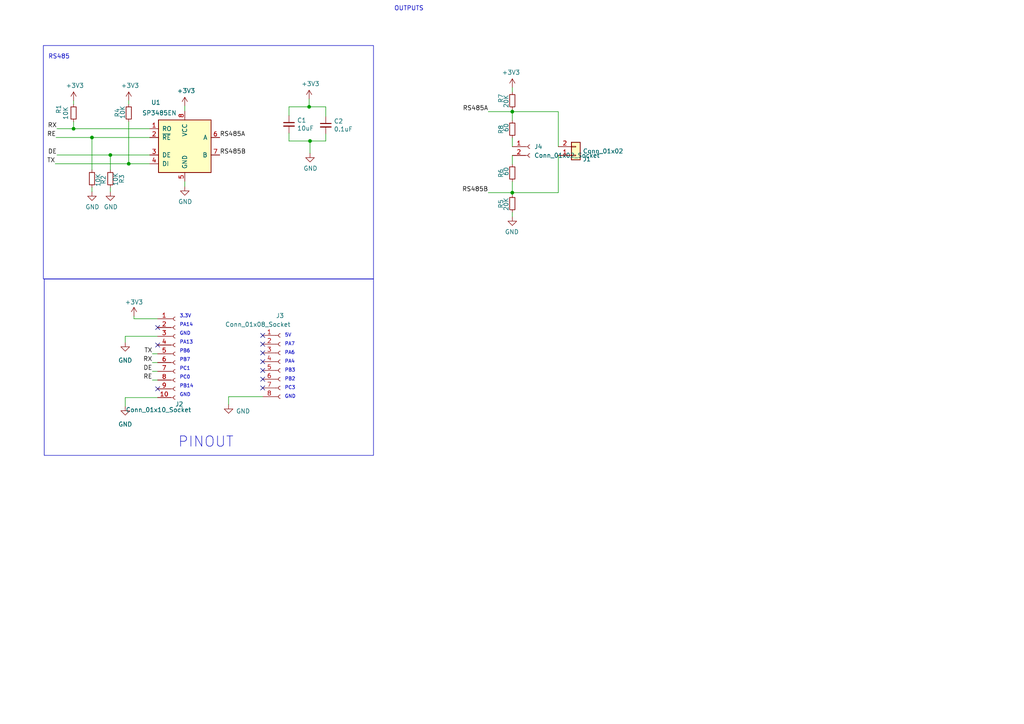
<source format=kicad_sch>
(kicad_sch (version 20231120) (generator "eeschema") (generator_version "8.0")
  (paper "A4")
  (title_block (title "Flippe ModBus") (date "2024-01-22") (rev "1.0") (company "Electronic Cats") (comment 1 "Roberto Arellano"))
  (lib_symbols
    (symbol "CanBus-rescue:Conn_01x02-Connector_Generic" (pin_names (offset 1.016) hide)
      (property "Reference" "J" (at 0 2.54 0))
      (property "Value" "Conn_01x02-Connector_Generic" (at 0 -5.08 0))
      (symbol "Conn_01x02-Connector_Generic_1_1"
        (rectangle (start -1.27 -2.413) (end 0 -2.667) (stroke (width 0.1524)))
        (rectangle (start -1.27 0.127) (end 0 -0.127) (stroke (width 0.1524)))
        (rectangle (start -1.27 1.27) (end 1.27 -3.81) (stroke (width 0.254)) (fill (type background)))
        (pin passive line (at -5.08 0 0) (length 3.81) (name "Pin_1") (number "1"))
        (pin passive line (at -5.08 -2.54 0) (length 3.81) (name "Pin_2") (number "2"))
      )
    )
    (symbol "Connector:Conn_01x02_Socket" (pin_names (offset 1.016) hide)
      (property "Reference" "J" (at 0 2.54 0))
      (property "Value" "Conn_01x02_Socket" (at 0 -5.08 0))
      (symbol "Conn_01x02_Socket_1_1"
        (arc (start 0 -2.032) (mid -0.5058 -2.54) (end 0 -3.048) (stroke (width 0.1524)))
        (polyline (pts (xy -1.27 -2.54) (xy -0.508 -2.54)) (stroke (width 0.1524)))
        (polyline (pts (xy -1.27 0) (xy -0.508 0)) (stroke (width 0.1524)))
        (arc (start 0 0.508) (mid -0.5058 0) (end 0 -0.508) (stroke (width 0.1524)))
        (pin passive line (at -5.08 0 0) (length 3.81) (name "Pin_1") (number "1"))
        (pin passive line (at -5.08 -2.54 0) (length 3.81) (name "Pin_2") (number "2"))
      )
    )
    (symbol "Connector:Conn_01x08_Socket" (pin_names (offset 1.016) hide)
      (property "Reference" "J" (at 0 10.16 0))
      (property "Value" "Conn_01x08_Socket" (at 0 -12.7 0))
      (symbol "Conn_01x08_Socket_1_1"
        (arc (start 0 -9.652) (mid -0.5058 -10.16) (end 0 -10.668) (stroke (width 0.1524)))
        (arc (start 0 -7.112) (mid -0.5058 -7.62) (end 0 -8.128) (stroke (width 0.1524)))
        (arc (start 0 -4.572) (mid -0.5058 -5.08) (end 0 -5.588) (stroke (width 0.1524)))
        (arc (start 0 -2.032) (mid -0.5058 -2.54) (end 0 -3.048) (stroke (width 0.1524)))
        (polyline (pts (xy -1.27 -10.16) (xy -0.508 -10.16)) (stroke (width 0.1524)))
        (polyline (pts (xy -1.27 -7.62) (xy -0.508 -7.62)) (stroke (width 0.1524)))
        (polyline (pts (xy -1.27 -5.08) (xy -0.508 -5.08)) (stroke (width 0.1524)))
        (polyline (pts (xy -1.27 -2.54) (xy -0.508 -2.54)) (stroke (width 0.1524)))
        (polyline (pts (xy -1.27 0) (xy -0.508 0)) (stroke (width 0.1524)))
        (polyline (pts (xy -1.27 2.54) (xy -0.508 2.54)) (stroke (width 0.1524)))
        (polyline (pts (xy -1.27 5.08) (xy -0.508 5.08)) (stroke (width 0.1524)))
        (polyline (pts (xy -1.27 7.62) (xy -0.508 7.62)) (stroke (width 0.1524)))
        (arc (start 0 0.508) (mid -0.5058 0) (end 0 -0.508) (stroke (width 0.1524)))
        (arc (start 0 3.048) (mid -0.5058 2.54) (end 0 2.032) (stroke (width 0.1524)))
        (arc (start 0 5.588) (mid -0.5058 5.08) (end 0 4.572) (stroke (width 0.1524)))
        (arc (start 0 8.128) (mid -0.5058 7.62) (end 0 7.112) (stroke (width 0.1524)))
        (pin passive line (at -5.08 7.62 0) (length 3.81) (name "Pin_1") (number "1"))
        (pin passive line (at -5.08 5.08 0) (length 3.81) (name "Pin_2") (number "2"))
        (pin passive line (at -5.08 2.54 0) (length 3.81) (name "Pin_3") (number "3"))
        (pin passive line (at -5.08 0 0) (length 3.81) (name "Pin_4") (number "4"))
        (pin passive line (at -5.08 -2.54 0) (length 3.81) (name "Pin_5") (number "5"))
        (pin passive line (at -5.08 -5.08 0) (length 3.81) (name "Pin_6") (number "6"))
        (pin passive line (at -5.08 -7.62 0) (length 3.81) (name "Pin_7") (number "7"))
        (pin passive line (at -5.08 -10.16 0) (length 3.81) (name "Pin_8") (number "8"))
      )
    )
    (symbol "Connector:Conn_01x10_Socket" (pin_names (offset 1.016) hide)
      (property "Reference" "J" (at 0 12.7 0))
      (property "Value" "Conn_01x10_Socket" (at 0 -15.24 0))
      (symbol "Conn_01x10_Socket_1_1"
        (arc (start 0 -12.192) (mid -0.5058 -12.7) (end 0 -13.208) (stroke (width 0.1524)))
        (arc (start 0 -9.652) (mid -0.5058 -10.16) (end 0 -10.668) (stroke (width 0.1524)))
        (arc (start 0 -7.112) (mid -0.5058 -7.62) (end 0 -8.128) (stroke (width 0.1524)))
        (arc (start 0 -4.572) (mid -0.5058 -5.08) (end 0 -5.588) (stroke (width 0.1524)))
        (arc (start 0 -2.032) (mid -0.5058 -2.54) (end 0 -3.048) (stroke (width 0.1524)))
        (polyline (pts (xy -1.27 -12.7) (xy -0.508 -12.7)) (stroke (width 0.1524)))
        (polyline (pts (xy -1.27 -10.16) (xy -0.508 -10.16)) (stroke (width 0.1524)))
        (polyline (pts (xy -1.27 -7.62) (xy -0.508 -7.62)) (stroke (width 0.1524)))
        (polyline (pts (xy -1.27 -5.08) (xy -0.508 -5.08)) (stroke (width 0.1524)))
        (polyline (pts (xy -1.27 -2.54) (xy -0.508 -2.54)) (stroke (width 0.1524)))
        (polyline (pts (xy -1.27 0) (xy -0.508 0)) (stroke (width 0.1524)))
        (polyline (pts (xy -1.27 2.54) (xy -0.508 2.54)) (stroke (width 0.1524)))
        (polyline (pts (xy -1.27 5.08) (xy -0.508 5.08)) (stroke (width 0.1524)))
        (polyline (pts (xy -1.27 7.62) (xy -0.508 7.62)) (stroke (width 0.1524)))
        (polyline (pts (xy -1.27 10.16) (xy -0.508 10.16)) (stroke (width 0.1524)))
        (arc (start 0 0.508) (mid -0.5058 0) (end 0 -0.508) (stroke (width 0.1524)))
        (arc (start 0 3.048) (mid -0.5058 2.54) (end 0 2.032) (stroke (width 0.1524)))
        (arc (start 0 5.588) (mid -0.5058 5.08) (end 0 4.572) (stroke (width 0.1524)))
        (arc (start 0 8.128) (mid -0.5058 7.62) (end 0 7.112) (stroke (width 0.1524)))
        (arc (start 0 10.668) (mid -0.5058 10.16) (end 0 9.652) (stroke (width 0.1524)))
        (pin passive line (at -5.08 10.16 0) (length 3.81) (name "Pin_1") (number "1"))
        (pin passive line (at -5.08 -12.7 0) (length 3.81) (name "Pin_10") (number "10"))
        (pin passive line (at -5.08 7.62 0) (length 3.81) (name "Pin_2") (number "2"))
        (pin passive line (at -5.08 5.08 0) (length 3.81) (name "Pin_3") (number "3"))
        (pin passive line (at -5.08 2.54 0) (length 3.81) (name "Pin_4") (number "4"))
        (pin passive line (at -5.08 0 0) (length 3.81) (name "Pin_5") (number "5"))
        (pin passive line (at -5.08 -2.54 0) (length 3.81) (name "Pin_6") (number "6"))
        (pin passive line (at -5.08 -5.08 0) (length 3.81) (name "Pin_7") (number "7"))
        (pin passive line (at -5.08 -7.62 0) (length 3.81) (name "Pin_8") (number "8"))
        (pin passive line (at -5.08 -10.16 0) (length 3.81) (name "Pin_9") (number "9"))
      )
    )
    (symbol "Device:C_Small" (pin_numbers hide) (pin_names (offset 0.254) hide)
      (property "Reference" "C" (at 0.254 1.778 0))
      (property "Value" "C_Small" (at 0.254 -2.032 0))
      (symbol "C_Small_0_1"
        (polyline (pts (xy -1.524 -0.508) (xy 1.524 -0.508)) (stroke (width 0.3302)))
        (polyline (pts (xy -1.524 0.508) (xy 1.524 0.508)) (stroke (width 0.3048)))
      )
      (symbol "C_Small_1_1"
        (pin passive line (at 0 2.54 270) (length 2.032) (name "~") (number "1"))
        (pin passive line (at 0 -2.54 90) (length 2.032) (name "~") (number "2"))
      )
    )
    (symbol "Device:R_Small" (pin_numbers hide) (pin_names (offset 0.254) hide)
      (property "Reference" "R" (at 0.762 0.508 0))
      (property "Value" "R_Small" (at 0.762 -1.016 0))
      (symbol "R_Small_0_1"
        (rectangle (start -0.762 1.778) (end 0.762 -1.778) (stroke (width 0.2032)))
      )
      (symbol "R_Small_1_1"
        (pin passive line (at 0 2.54 270) (length 0.762) (name "~") (number "1"))
        (pin passive line (at 0 -2.54 90) (length 0.762) (name "~") (number "2"))
      )
    )
    (symbol "Interface_UART:SP3485EN" (pin_names (offset 1.016))
      (property "Reference" "U" (at -7.62 8.89 0))
      (property "Value" "SP3485EN" (at 2.54 8.89 0))
      (symbol "SP3485EN_0_1"
        (rectangle (start -7.62 7.62) (end 7.62 -7.62) (stroke (width 0.254)) (fill (type background)))
      )
      (symbol "SP3485EN_1_1"
        (pin output line (at -10.16 5.08 0) (length 2.54) (name "RO") (number "1"))
        (pin input line (at -10.16 2.54 0) (length 2.54) (name "~{RE}") (number "2"))
        (pin input line (at -10.16 -2.54 0) (length 2.54) (name "DE") (number "3"))
        (pin input line (at -10.16 -5.08 0) (length 2.54) (name "DI") (number "4"))
        (pin power_in line (at 0 -10.16 90) (length 2.54) (name "GND") (number "5"))
        (pin bidirectional line (at 10.16 2.54 180) (length 2.54) (name "A") (number "6"))
        (pin bidirectional line (at 10.16 -2.54 180) (length 2.54) (name "B") (number "7"))
        (pin power_in line (at 0 10.16 270) (length 2.54) (name "VCC") (number "8"))
      )
    )
    (symbol "power:+3.3V" (power) (pin_names (offset 0))
      (property "Value" "+3.3V" (at 0 3.556 0))
      (symbol "+3.3V_0_1"
        (polyline (pts (xy -0.762 1.27) (xy 0 2.54)))
        (polyline (pts (xy 0 0) (xy 0 2.54)))
        (polyline (pts (xy 0 2.54) (xy 0.762 1.27)))
      )
      (symbol "+3.3V_1_1"
        (pin power_in line (at 0 0 90) (length 0) hide (name "+3V3") (number "1"))
      )
    )
    (symbol "power:+3V3" (power) (pin_names (offset 0))
      (property "Value" "+3V3" (at 0 3.556 0))
      (symbol "+3V3_0_1"
        (polyline (pts (xy -0.762 1.27) (xy 0 2.54)))
        (polyline (pts (xy 0 0) (xy 0 2.54)))
        (polyline (pts (xy 0 2.54) (xy 0.762 1.27)))
      )
      (symbol "+3V3_1_1"
        (pin power_in line (at 0 0 90) (length 0) hide (name "+3V3") (number "1"))
      )
    )
    (symbol "power:GND" (power) (pin_names (offset 0))
      (property "Value" "GND" (at 0 -3.81 0))
      (symbol "GND_0_1"
        (polyline (pts (xy 0 0) (xy 0 -1.27) (xy 1.27 -1.27) (xy 0 -2.54) (xy -1.27 -1.27) (xy 0 -1.27)))
      )
      (symbol "GND_1_1"
        (pin power_in line (at 0 0 270) (length 0) hide (name "GND") (number "1"))
      )
    )
  )
  (junction (at 26.67 39.878))
  (junction (at 89.916 40.894))
  (junction (at 148.59 55.88))
  (junction (at 37.338 47.498))
  (junction (at 32.004 44.958))
  (junction (at 21.336 37.338))
  (junction (at 148.59 32.385))
  (junction (at 89.662 30.988))
  (no_connect (at 76.2 104.902))
  (no_connect (at 76.2 107.442))
  (no_connect (at 76.2 112.522))
  (no_connect (at 45.72 112.776))
  (no_connect (at 76.2 99.822))
  (no_connect (at 76.2 102.362))
  (no_connect (at 76.2 97.282))
  (no_connect (at 76.2 109.982))
  (no_connect (at 45.72 94.996))
  (no_connect (at 45.72 100.076))
  (wire (pts (xy 148.59 31.75) (xy 148.59 32.385)))
  (wire (pts (xy 66.294 115.062) (xy 76.2 115.062)))
  (wire (pts (xy 21.336 37.338) (xy 43.434 37.338)))
  (wire (pts (xy 94.488 38.862) (xy 94.488 40.894)))
  (wire (pts (xy 83.82 33.528) (xy 83.82 30.988)))
  (wire (pts (xy 148.59 52.705) (xy 148.59 55.88)))
  (wire (pts (xy 148.59 45.085) (xy 148.59 47.625)))
  (wire (pts (xy 43.434 47.498) (xy 37.338 47.498)))
  (wire (pts (xy 148.59 40.005) (xy 148.59 42.545)))
  (wire (pts (xy 94.488 30.988) (xy 94.488 33.782)))
  (wire (pts (xy 21.336 35.306) (xy 21.336 37.338)))
  (wire (pts (xy 44.196 107.696) (xy 45.72 107.696)))
  (wire (pts (xy 141.605 32.385) (xy 148.59 32.385)))
  (wire (pts (xy 32.004 54.356) (xy 32.004 55.626)))
  (wire (pts (xy 36.322 117.856) (xy 36.322 115.316)))
  (wire (pts (xy 148.59 32.385) (xy 148.59 34.925)))
  (wire (pts (xy 53.594 32.258) (xy 53.594 30.734)))
  (wire (pts (xy 89.662 30.988) (xy 89.662 28.702)))
  (wire (pts (xy 148.59 55.88) (xy 161.925 55.88)))
  (wire (pts (xy 16.51 37.338) (xy 21.336 37.338)))
  (wire (pts (xy 32.004 44.958) (xy 32.004 49.276)))
  (wire (pts (xy 36.322 97.536) (xy 36.322 99.314)))
  (wire (pts (xy 89.662 30.988) (xy 94.488 30.988)))
  (wire (pts (xy 44.196 110.236) (xy 45.72 110.236)))
  (wire (pts (xy 45.72 97.536) (xy 36.322 97.536)))
  (wire (pts (xy 83.82 40.894) (xy 89.916 40.894)))
  (wire (pts (xy 161.925 45.085) (xy 161.925 55.88)))
  (wire (pts (xy 45.72 92.456) (xy 38.862 92.456)))
  (wire (pts (xy 44.196 105.156) (xy 45.72 105.156)))
  (wire (pts (xy 37.338 29.21) (xy 37.338 30.226)))
  (wire (pts (xy 36.322 115.316) (xy 45.72 115.316)))
  (wire (pts (xy 16.256 39.878) (xy 26.67 39.878)))
  (wire (pts (xy 26.67 54.356) (xy 26.67 55.626)))
  (wire (pts (xy 161.925 32.385) (xy 148.59 32.385)))
  (wire (pts (xy 38.862 92.456) (xy 38.862 91.694)))
  (wire (pts (xy 83.82 30.988) (xy 89.662 30.988)))
  (wire (pts (xy 37.338 47.498) (xy 37.338 35.306)))
  (wire (pts (xy 16.002 47.498) (xy 37.338 47.498)))
  (wire (pts (xy 148.59 26.67) (xy 148.59 25.4)))
  (wire (pts (xy 21.336 29.21) (xy 21.336 30.226)))
  (wire (pts (xy 141.605 55.88) (xy 148.59 55.88)))
  (wire (pts (xy 161.925 32.385) (xy 161.925 42.545)))
  (wire (pts (xy 44.196 102.616) (xy 45.72 102.616)))
  (wire (pts (xy 148.59 55.88) (xy 148.59 56.515)))
  (wire (pts (xy 66.294 117.348) (xy 66.294 115.062)))
  (wire (pts (xy 94.488 40.894) (xy 89.916 40.894)))
  (wire (pts (xy 89.916 40.894) (xy 89.916 44.45)))
  (wire (pts (xy 26.67 39.878) (xy 43.434 39.878)))
  (wire (pts (xy 53.594 54.102) (xy 53.594 52.578)))
  (wire (pts (xy 83.82 38.608) (xy 83.82 40.894)))
  (wire (pts (xy 26.67 49.276) (xy 26.67 39.878)))
  (wire (pts (xy 148.59 61.595) (xy 148.59 62.865)))
  (wire (pts (xy 32.004 44.958) (xy 43.434 44.958)))
  (wire (pts (xy 16.51 44.958) (xy 32.004 44.958)))
  (rectangle (start 12.573 13.208) (end 108.331 80.899))
  (rectangle (start 12.827 80.899) (end 108.331 132.08))
  (text "GND" (at 52.07 97.409 0) (effects (font (size 1 1)) (justify left bottom)))
  (text "PA4" (at 82.55 105.537 0) (effects (font (size 1 1)) (justify left bottom)))
  (text "PINOUT\n" (at 51.562 130.048 0) (effects (font (size 3 3)) (justify left bottom)))
  (text "PC3" (at 82.55 113.157 0) (effects (font (size 1 1)) (justify left bottom)))
  (text "PC1" (at 52.07 107.569 0) (effects (font (size 1 1)) (justify left bottom)))
  (text "PA6" (at 82.55 102.997 0) (effects (font (size 1 1)) (justify left bottom)))
  (text "PB3" (at 82.55 108.077 0) (effects (font (size 1 1)) (justify left bottom)))
  (text "GND" (at 52.07 115.189 0) (effects (font (size 1 1)) (justify left bottom)))
  (text "PB7" (at 52.07 105.029 0) (effects (font (size 1 1)) (justify left bottom)))
  (text "5V" (at 82.55 97.917 0) (effects (font (size 1 1)) (justify left bottom)))
  (text "OUTPUTS\n" (at 114.3 3.302 0) (effects (font (size 1.27 1.27)) (justify left bottom)))
  (text "PA14\n" (at 52.07 94.869 0) (effects (font (size 1 1)) (justify left bottom)))
  (text "3.3V" (at 52.07 92.329 0) (effects (font (size 1 1)) (justify left bottom)))
  (text "PC0" (at 52.07 110.109 0) (effects (font (size 1 1)) (justify left bottom)))
  (text "PA7" (at 82.55 100.457 0) (effects (font (size 1 1)) (justify left bottom)))
  (text "PB2" (at 82.55 110.617 0) (effects (font (size 1 1)) (justify left bottom)))
  (text "GND" (at 82.55 115.697 0) (effects (font (size 1 1)) (justify left bottom)))
  (text "PB6" (at 52.07 102.489 0) (effects (font (size 1 1)) (justify left bottom)))
  (text "PA13" (at 52.07 99.949 0) (effects (font (size 1 1)) (justify left bottom)))
  (text "PB14\n" (at 52.07 112.649 0) (effects (font (size 1 1)) (justify left bottom)))
  (text "RS485" (at 13.97 17.272 0) (effects (font (size 1.27 1.27)) (justify left bottom)))
  (label "RX" (at 44.196 105.156 180))
  (label "DE" (at 44.196 107.696 180))
  (label "RX" (at 16.51 37.338 180))
  (label "TX" (at 44.196 102.616 180))
  (label "RS485B" (at 63.754 44.958 0))
  (label "TX" (at 16.002 47.498 180))
  (label "RS485B" (at 141.605 55.88 180))
  (label "RS485A" (at 141.605 32.385 180))
  (label "RE" (at 16.256 39.878 180))
  (label "RS485A" (at 63.754 39.878 0))
  (label "DE" (at 16.51 44.958 180))
  (label "RE" (at 44.196 110.236 180))
  (symbol (lib_id "Device:R_Small") (at 148.59 59.055 0) (mirror x) (unit 1)
    (property "Reference" "R5" (at 145.288 57.785 90) (effects (justify left)))
    (property "Value" "20K" (at 146.812 57.277 90) (effects (justify left)))
    (property "Footprint" "Resistor_SMD:R_0603_1608Metric_Pad0.98x0.95mm_HandSolder" (effects (hide yes)))
    (property "Datasheet" "https://lcsc.com/product-detail/Chip-Resistor-Surface-Mount_UNI-ROYAL-Uniroyal-Elec-0603WAJ0203T5E_C25586.html" (effects (hide yes)))
    (property "manf#" "0603WAJ0203T5E" (effects (hide yes)))
    (property "LCSC#" "C25586" (effects (hide yes)))
    (property "Proveedor" "LCSC" (effects (hide yes)))
  )
  (symbol (lib_id "Device:R_Small") (at 21.336 32.766 0) (unit 1)
    (property "Reference" "R1" (at 17.018 33.02 90) (effects (justify left)))
    (property "Value" "10K" (at 19.05 34.798 90) (effects (justify left)))
    (property "Footprint" "Resistor_SMD:R_0603_1608Metric_Pad0.98x0.95mm_HandSolder" (effects (hide yes)))
    (property "Datasheet" "https://www.mouser.mx/datasheet/2/447/PYu_RC_Group_51_RoHS_L_11-1984063.pdf" (effects (hide yes)))
    (property "manf#" "RC0603JR-0710KL" (effects (hide yes)))
    (property "Proveedor" "MOUSER" (effects (hide yes)))
  )
  (symbol (lib_id "power:GND") (at 26.67 55.626 0) (unit 1)
    (property "Reference" "#PWR08" (effects (hide yes)))
    (property "Value" "GND" (at 26.797 60.0202 0))
  )
  (symbol (lib_id "Device:R_Small") (at 148.59 50.165 0) (mirror x) (unit 1)
    (property "Reference" "R6" (at 145.288 48.895 90) (effects (justify left)))
    (property "Value" "60" (at 146.812 48.387 90) (effects (justify left)))
    (property "Footprint" "Resistor_SMD:R_1206_3216Metric_Pad1.30x1.75mm_HandSolder" (effects (hide yes)))
    (property "Datasheet" "https://lcsc.com/product-detail/Chip-Resistor-Surface-Mount_120R-121-5_C103256.html" (effects (hide yes)))
    (property "manf#" "71-CRCW120660R0KNAIF " (effects (hide yes)))
    (property "Proveedor" "LCSC" (effects (hide yes)))
  )
  (symbol (lib_id "Device:C_Small") (at 83.82 36.068 0) (unit 1)
    (property "Reference" "C1" (at 86.1568 34.8996 0) (effects (justify left)))
    (property "Value" "10uF" (at 86.1568 37.211 0) (effects (justify left)))
    (property "Footprint" "Capacitor_SMD:C_0603_1608Metric_Pad1.08x0.95mm_HandSolder" (effects (hide yes)))
    (property "Datasheet" "https://lcsc.com/product-detail/Others_YAGEO-CC0603KRX5R6BB106_C326057.html" (effects (hide yes)))
    (property "manf#" "CC0603KRX5R6BB106" (effects (hide yes)))
    (property "LCSC#" "C326057" (effects (hide yes)))
    (property "Proveedor" "LCSC" (effects (hide yes)))
  )
  (symbol (lib_id "power:+3.3V") (at 21.336 29.21 0) (unit 1)
    (property "Reference" "#PWR010" (effects (hide yes)))
    (property "Value" "+3V3" (at 21.717 24.8158 0))
  )
  (symbol (lib_id "Device:C_Small") (at 94.488 36.322 0) (unit 1)
    (property "Reference" "C2" (at 96.8248 35.1536 0) (effects (justify left)))
    (property "Value" "0.1uF" (at 96.8248 37.465 0) (effects (justify left)))
    (property "Footprint" "Capacitor_SMD:C_0603_1608Metric_Pad1.08x0.95mm_HandSolder" (effects (hide yes)))
    (property "Datasheet" "https://www.mouser.mx/datasheet/2/210/WTC_MLCC_General_Purpose-1534899.pdf" (effects (hide yes)))
    (property "Proveedor" "LCSC" (effects (hide yes)))
    (property "LCSC#" "C14663" (effects (hide yes)))
  )
  (symbol (lib_id "Connector:Conn_01x08_Socket") (at 81.28 104.902 0) (unit 1)
    (property "Reference" "J3" (at 80.01 91.567 0) (effects (justify left)))
    (property "Value" "Conn_01x08_Socket" (at 65.278 94.107 0) (effects (justify left)))
    (property "Footprint" "Connector_PinHeader_2.54mm:PinHeader_1x08_P2.54mm_Vertical" (effects (hide yes)))
    (property "Proveedor" "LCSC" (effects (hide yes)))
    (property "manf#" "PZ254V-11-08P" (effects (hide yes)))
    (property "LCSC#" "C492407" (effects (hide yes)))
  )
  (symbol (lib_id "power:+3V3") (at 38.862 91.694 0) (unit 1)
    (property "Reference" "#PWR016" (effects (hide yes)))
    (property "Value" "+3V3" (at 38.862 87.63 0))
  )
  (symbol (lib_id "power:GND") (at 148.59 62.865 0) (mirror y) (unit 1)
    (property "Reference" "#PWR03" (effects (hide yes)))
    (property "Value" "GND" (at 148.463 67.2592 0))
  )
  (symbol (lib_id "Interface_UART:SP3485EN") (at 53.594 42.418 0) (unit 1)
    (property "Reference" "U1" (at 45.212 29.718 0))
    (property "Value" "SP3485EN" (at 46.228 32.766 0))
    (property "Footprint" "Package_SO:SOIC-8_3.9x4.9mm_P1.27mm" (effects (hide yes)))
    (property "Datasheet" "https://www.mouser.mx/datasheet/2/146/sp3485-1816391.pdf" (effects (hide yes)))
    (property "manf#" "SP3485EN-L/TR" (effects (hide yes)))
    (property "Proveedor" "MOUSER" (effects (hide yes)))
  )
  (symbol (lib_id "Device:R_Small") (at 26.67 51.816 180) (unit 1)
    (property "Reference" "R2" (at 29.972 50.8 90) (effects (justify left)))
    (property "Value" "10K" (at 28.448 50.292 90) (effects (justify left)))
    (property "Footprint" "Resistor_SMD:R_0603_1608Metric_Pad0.98x0.95mm_HandSolder" (effects (hide yes)))
    (property "Datasheet" "https://www.mouser.mx/datasheet/2/447/PYu_RC_Group_51_RoHS_L_11-1984063.pdf" (effects (hide yes)))
    (property "manf#" "RC0603JR-0710KL" (effects (hide yes)))
    (property "Proveedor" "MOUSER" (effects (hide yes)))
  )
  (symbol (lib_id "power:GND") (at 32.004 55.626 0) (unit 1)
    (property "Reference" "#PWR09" (effects (hide yes)))
    (property "Value" "GND" (at 32.131 60.0202 0))
  )
  (symbol (lib_id "power:GND") (at 66.294 117.348 0) (unit 1)
    (property "Reference" "#PWR032" (effects (hide yes)))
    (property "Value" "GND" (at 68.453 119.253 0) (effects (justify left)))
  )
  (symbol (lib_id "power:+3.3V") (at 148.59 25.4 0) (mirror y) (unit 1)
    (property "Reference" "#PWR04" (effects (hide yes)))
    (property "Value" "+3V3" (at 148.209 21.0058 0))
  )
  (symbol (lib_id "Connector:Conn_01x02_Socket") (at 153.67 42.545 0) (unit 1)
    (property "Reference" "J4" (at 154.94 42.545 0) (effects (justify left)))
    (property "Value" "Conn_01x02_Socket" (at 154.94 45.085 0) (effects (justify left)))
    (property "Footprint" "Connector_PinHeader_2.54mm:PinHeader_1x02_P2.54mm_Vertical" (effects (hide yes)))
    (property "Datasheet" "https://www.lcsc.com/datasheet/lcsc_datasheet_2401281145_XUNPU-PH2-54-01-02PZD_C7501580.pdf" (effects (hide yes)))
    (property "LCSC#" "C7501580" (effects (hide yes)))
    (property "Manufactura" "LCSC" (effects (hide yes)))
    (property "manf#" "PH2.54-01-02PZD" (effects (hide yes)))
  )
  (symbol (lib_id "Device:R_Small") (at 148.59 37.465 0) (mirror x) (unit 1)
    (property "Reference" "R8" (at 145.288 36.195 90) (effects (justify left)))
    (property "Value" "60" (at 146.812 35.687 90) (effects (justify left)))
    (property "Footprint" "Resistor_SMD:R_1206_3216Metric_Pad1.30x1.75mm_HandSolder" (effects (hide yes)))
    (property "Datasheet" "https://lcsc.com/product-detail/Chip-Resistor-Surface-Mount_120R-121-5_C103256.html" (effects (hide yes)))
    (property "manf#" "71-CRCW120660R0KNAIF " (effects (hide yes)))
    (property "Proveedor" "LCSC" (effects (hide yes)))
  )
  (symbol (lib_id "power:+3.3V") (at 37.338 29.21 0) (unit 1)
    (property "Reference" "#PWR01" (effects (hide yes)))
    (property "Value" "+3V3" (at 37.719 24.8158 0))
  )
  (symbol (lib_id "Device:R_Small") (at 37.338 32.766 0) (unit 1)
    (property "Reference" "R4" (at 34.036 34.036 90) (effects (justify left)))
    (property "Value" "10K" (at 35.56 34.544 90) (effects (justify left)))
    (property "Footprint" "Resistor_SMD:R_0603_1608Metric_Pad0.98x0.95mm_HandSolder" (effects (hide yes)))
    (property "Datasheet" "https://www.mouser.mx/datasheet/2/447/PYu_RC_Group_51_RoHS_L_11-1984063.pdf" (effects (hide yes)))
    (property "manf#" "RC0603JR-0710KL" (effects (hide yes)))
    (property "Proveedor" "MOUSER" (effects (hide yes)))
  )
  (symbol (lib_id "CanBus-rescue:Conn_01x02-Connector_Generic") (at 167.005 45.085 0) (mirror x) (unit 1)
    (property "Reference" "J1" (at 169.037 46.1518 0) (effects (justify left)))
    (property "Value" "Conn_01x02" (at 169.037 43.8404 0) (effects (justify left)))
    (property "Footprint" "TerminalBlock:TerminalBlock_bornier-2_P5.08mm" (effects (hide yes)))
    (property "manf#" "TRT-02" (effects (hide yes)))
    (property "Proveedor" "Steren" (effects (hide yes)))
  )
  (symbol (lib_id "power:+3.3V") (at 89.662 28.702 0) (unit 1)
    (property "Reference" "#PWR06" (effects (hide yes)))
    (property "Value" "+3V3" (at 90.043 24.3078 0))
  )
  (symbol (lib_id "Device:R_Small") (at 32.004 51.816 180) (unit 1)
    (property "Reference" "R3" (at 35.306 50.546 90) (effects (justify left)))
    (property "Value" "10K" (at 33.528 50.038 90) (effects (justify left)))
    (property "Footprint" "Resistor_SMD:R_0603_1608Metric_Pad0.98x0.95mm_HandSolder" (effects (hide yes)))
    (property "Datasheet" "https://www.mouser.mx/datasheet/2/447/PYu_RC_Group_51_RoHS_L_11-1984063.pdf" (effects (hide yes)))
    (property "manf#" "RC0603JR-0710KL" (effects (hide yes)))
    (property "Proveedor" "MOUSER" (effects (hide yes)))
  )
  (symbol (lib_id "power:+3.3V") (at 53.594 30.734 0) (unit 1)
    (property "Reference" "#PWR02" (effects (hide yes)))
    (property "Value" "+3V3" (at 53.975 26.3398 0))
  )
  (symbol (lib_id "Device:R_Small") (at 148.59 29.21 0) (mirror x) (unit 1)
    (property "Reference" "R7" (at 145.288 27.178 90) (effects (justify left)))
    (property "Value" "20K" (at 146.812 27.432 90) (effects (justify left)))
    (property "Footprint" "Resistor_SMD:R_0603_1608Metric_Pad0.98x0.95mm_HandSolder" (effects (hide yes)))
    (property "Datasheet" "https://lcsc.com/product-detail/Chip-Resistor-Surface-Mount_UNI-ROYAL-Uniroyal-Elec-0603WAJ0203T5E_C25586.html" (effects (hide yes)))
    (property "manf#" "0603WAJ0203T5E" (effects (hide yes)))
    (property "LCSC#" "C25586" (effects (hide yes)))
    (property "Proveedor" "LCSC" (effects (hide yes)))
  )
  (symbol (lib_id "power:GND") (at 89.916 44.45 0) (unit 1)
    (property "Reference" "#PWR07" (effects (hide yes)))
    (property "Value" "GND" (at 90.043 48.8442 0))
  )
  (symbol (lib_id "Connector:Conn_01x10_Socket") (at 50.8 102.616 0) (unit 1)
    (property "Reference" "J2" (at 50.8 117.221 0) (effects (justify left)))
    (property "Value" "Conn_01x10_Socket" (at 36.449 118.872 0) (effects (justify left)))
    (property "Footprint" "Connector_PinHeader_2.54mm:PinHeader_1x10_P2.54mm_Vertical" (effects (hide yes)))
    (property "LCSC#" "C492409" (effects (hide yes)))
    (property "Proveedor" "LCSC" (effects (hide yes)))
    (property "manf#" "PZ254V-11-10P" (effects (hide yes)))
  )
  (symbol (lib_id "power:GND") (at 36.322 117.856 0) (unit 1)
    (property "Reference" "#PWR033" (effects (hide yes)))
    (property "Value" "GND" (at 36.322 123.063 0))
  )
  (symbol (lib_id "power:GND") (at 53.594 54.102 0) (unit 1)
    (property "Reference" "#PWR05" (effects (hide yes)))
    (property "Value" "GND" (at 53.721 58.4962 0))
  )
  (symbol (lib_id "power:GND") (at 36.322 99.314 0) (unit 1)
    (property "Reference" "#PWR022" (effects (hide yes)))
    (property "Value" "GND" (at 36.322 104.521 0))
  )
)
</source>
